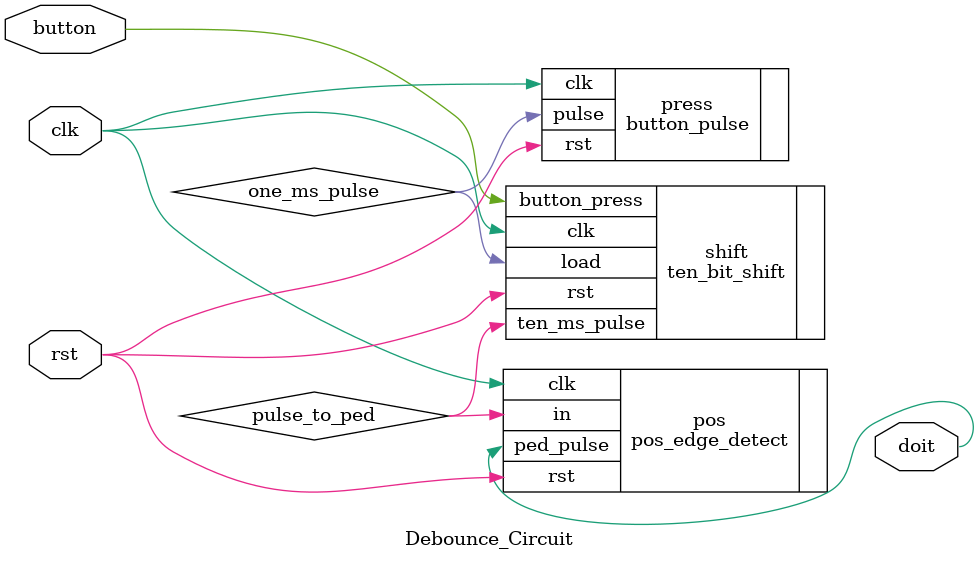
<source format=v>
`timescale 1ns / 1ps

//Connects the three modules together to create our debounce circuit
//Since debounce circuit is going to be used multiple times,
//instantiating it here will make it easier to use in other modules

module Debounce_Circuit(
    input clk,
    input rst,
    input button, //button being pressed on FPGA
    output doit   //signal that button has been pressed is sent
    );
    
    wire one_ms_pulse; 
    wire pulse_to_ped;
    
    button_pulse press (.clk(clk), .rst(rst), .pulse(one_ms_pulse));
    ten_bit_shift shift(.clk(clk), .rst(rst), .load(one_ms_pulse), .button_press(button), .ten_ms_pulse(pulse_to_ped));
    pos_edge_detect pos(.clk(clk), .rst(rst), .in(pulse_to_ped), .ped_pulse(doit));
    
endmodule

</source>
